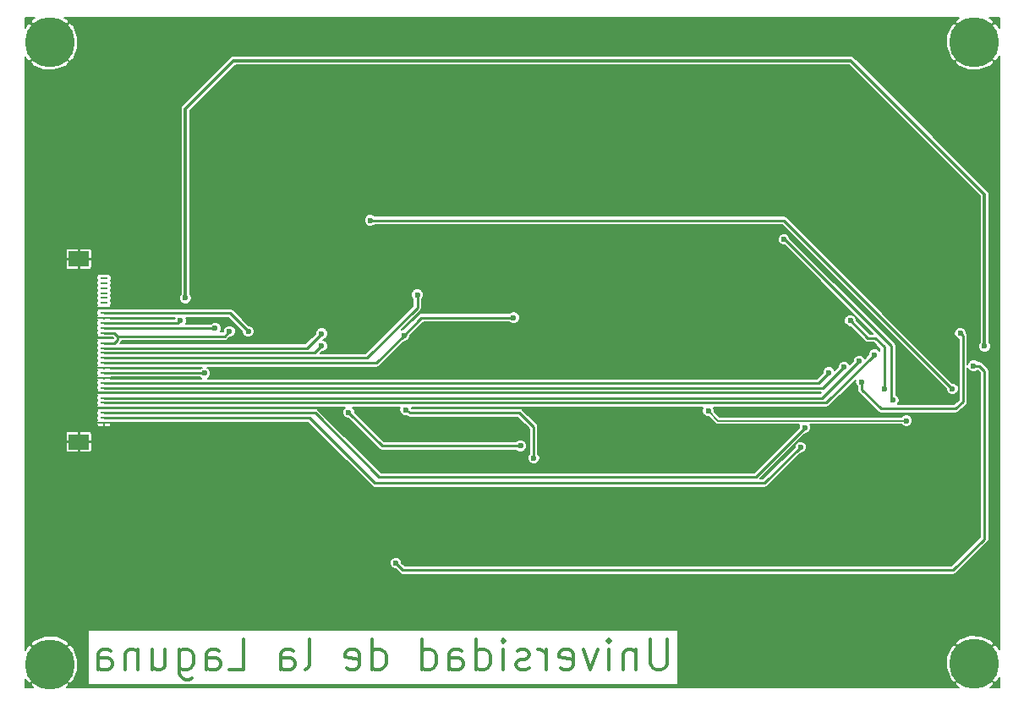
<source format=gbr>
G04 #@! TF.FileFunction,Copper,L2,Bot,Signal*
%FSLAX46Y46*%
G04 Gerber Fmt 4.6, Leading zero omitted, Abs format (unit mm)*
G04 Created by KiCad (PCBNEW 4.0.7-e2-6376~60~ubuntu17.10.1) date Tue Mar  6 13:11:32 2018*
%MOMM*%
%LPD*%
G01*
G04 APERTURE LIST*
%ADD10C,0.100000*%
%ADD11C,0.300000*%
%ADD12C,5.000000*%
%ADD13R,0.800000X0.200000*%
%ADD14R,2.000000X1.500000*%
%ADD15C,0.600000*%
%ADD16C,0.250000*%
%ADD17C,0.150000*%
G04 APERTURE END LIST*
D10*
D11*
X129338000Y-135313943D02*
X129338000Y-137742514D01*
X129195143Y-138028229D01*
X129052286Y-138171086D01*
X128766572Y-138313943D01*
X128195143Y-138313943D01*
X127909429Y-138171086D01*
X127766572Y-138028229D01*
X127623715Y-137742514D01*
X127623715Y-135313943D01*
X126195143Y-136313943D02*
X126195143Y-138313943D01*
X126195143Y-136599657D02*
X126052286Y-136456800D01*
X125766572Y-136313943D01*
X125338000Y-136313943D01*
X125052286Y-136456800D01*
X124909429Y-136742514D01*
X124909429Y-138313943D01*
X123480857Y-138313943D02*
X123480857Y-136313943D01*
X123480857Y-135313943D02*
X123623714Y-135456800D01*
X123480857Y-135599657D01*
X123338000Y-135456800D01*
X123480857Y-135313943D01*
X123480857Y-135599657D01*
X122338001Y-136313943D02*
X121623715Y-138313943D01*
X120909429Y-136313943D01*
X118623715Y-138171086D02*
X118909429Y-138313943D01*
X119480858Y-138313943D01*
X119766572Y-138171086D01*
X119909429Y-137885371D01*
X119909429Y-136742514D01*
X119766572Y-136456800D01*
X119480858Y-136313943D01*
X118909429Y-136313943D01*
X118623715Y-136456800D01*
X118480858Y-136742514D01*
X118480858Y-137028229D01*
X119909429Y-137313943D01*
X117195143Y-138313943D02*
X117195143Y-136313943D01*
X117195143Y-136885371D02*
X117052286Y-136599657D01*
X116909429Y-136456800D01*
X116623715Y-136313943D01*
X116338000Y-136313943D01*
X115480857Y-138171086D02*
X115195143Y-138313943D01*
X114623715Y-138313943D01*
X114338000Y-138171086D01*
X114195143Y-137885371D01*
X114195143Y-137742514D01*
X114338000Y-137456800D01*
X114623715Y-137313943D01*
X115052286Y-137313943D01*
X115338000Y-137171086D01*
X115480857Y-136885371D01*
X115480857Y-136742514D01*
X115338000Y-136456800D01*
X115052286Y-136313943D01*
X114623715Y-136313943D01*
X114338000Y-136456800D01*
X112909429Y-138313943D02*
X112909429Y-136313943D01*
X112909429Y-135313943D02*
X113052286Y-135456800D01*
X112909429Y-135599657D01*
X112766572Y-135456800D01*
X112909429Y-135313943D01*
X112909429Y-135599657D01*
X110195144Y-138313943D02*
X110195144Y-135313943D01*
X110195144Y-138171086D02*
X110480858Y-138313943D01*
X111052287Y-138313943D01*
X111338001Y-138171086D01*
X111480858Y-138028229D01*
X111623715Y-137742514D01*
X111623715Y-136885371D01*
X111480858Y-136599657D01*
X111338001Y-136456800D01*
X111052287Y-136313943D01*
X110480858Y-136313943D01*
X110195144Y-136456800D01*
X107480858Y-138313943D02*
X107480858Y-136742514D01*
X107623715Y-136456800D01*
X107909429Y-136313943D01*
X108480858Y-136313943D01*
X108766572Y-136456800D01*
X107480858Y-138171086D02*
X107766572Y-138313943D01*
X108480858Y-138313943D01*
X108766572Y-138171086D01*
X108909429Y-137885371D01*
X108909429Y-137599657D01*
X108766572Y-137313943D01*
X108480858Y-137171086D01*
X107766572Y-137171086D01*
X107480858Y-137028229D01*
X104766572Y-138313943D02*
X104766572Y-135313943D01*
X104766572Y-138171086D02*
X105052286Y-138313943D01*
X105623715Y-138313943D01*
X105909429Y-138171086D01*
X106052286Y-138028229D01*
X106195143Y-137742514D01*
X106195143Y-136885371D01*
X106052286Y-136599657D01*
X105909429Y-136456800D01*
X105623715Y-136313943D01*
X105052286Y-136313943D01*
X104766572Y-136456800D01*
X99766572Y-138313943D02*
X99766572Y-135313943D01*
X99766572Y-138171086D02*
X100052286Y-138313943D01*
X100623715Y-138313943D01*
X100909429Y-138171086D01*
X101052286Y-138028229D01*
X101195143Y-137742514D01*
X101195143Y-136885371D01*
X101052286Y-136599657D01*
X100909429Y-136456800D01*
X100623715Y-136313943D01*
X100052286Y-136313943D01*
X99766572Y-136456800D01*
X97195143Y-138171086D02*
X97480857Y-138313943D01*
X98052286Y-138313943D01*
X98338000Y-138171086D01*
X98480857Y-137885371D01*
X98480857Y-136742514D01*
X98338000Y-136456800D01*
X98052286Y-136313943D01*
X97480857Y-136313943D01*
X97195143Y-136456800D01*
X97052286Y-136742514D01*
X97052286Y-137028229D01*
X98480857Y-137313943D01*
X93052286Y-138313943D02*
X93338000Y-138171086D01*
X93480857Y-137885371D01*
X93480857Y-135313943D01*
X90623714Y-138313943D02*
X90623714Y-136742514D01*
X90766571Y-136456800D01*
X91052285Y-136313943D01*
X91623714Y-136313943D01*
X91909428Y-136456800D01*
X90623714Y-138171086D02*
X90909428Y-138313943D01*
X91623714Y-138313943D01*
X91909428Y-138171086D01*
X92052285Y-137885371D01*
X92052285Y-137599657D01*
X91909428Y-137313943D01*
X91623714Y-137171086D01*
X90909428Y-137171086D01*
X90623714Y-137028229D01*
X85480857Y-138313943D02*
X86909428Y-138313943D01*
X86909428Y-135313943D01*
X83195143Y-138313943D02*
X83195143Y-136742514D01*
X83338000Y-136456800D01*
X83623714Y-136313943D01*
X84195143Y-136313943D01*
X84480857Y-136456800D01*
X83195143Y-138171086D02*
X83480857Y-138313943D01*
X84195143Y-138313943D01*
X84480857Y-138171086D01*
X84623714Y-137885371D01*
X84623714Y-137599657D01*
X84480857Y-137313943D01*
X84195143Y-137171086D01*
X83480857Y-137171086D01*
X83195143Y-137028229D01*
X80480857Y-136313943D02*
X80480857Y-138742514D01*
X80623714Y-139028229D01*
X80766571Y-139171086D01*
X81052286Y-139313943D01*
X81480857Y-139313943D01*
X81766571Y-139171086D01*
X80480857Y-138171086D02*
X80766571Y-138313943D01*
X81338000Y-138313943D01*
X81623714Y-138171086D01*
X81766571Y-138028229D01*
X81909428Y-137742514D01*
X81909428Y-136885371D01*
X81766571Y-136599657D01*
X81623714Y-136456800D01*
X81338000Y-136313943D01*
X80766571Y-136313943D01*
X80480857Y-136456800D01*
X77766571Y-136313943D02*
X77766571Y-138313943D01*
X79052285Y-136313943D02*
X79052285Y-137885371D01*
X78909428Y-138171086D01*
X78623714Y-138313943D01*
X78195142Y-138313943D01*
X77909428Y-138171086D01*
X77766571Y-138028229D01*
X76337999Y-136313943D02*
X76337999Y-138313943D01*
X76337999Y-136599657D02*
X76195142Y-136456800D01*
X75909428Y-136313943D01*
X75480856Y-136313943D01*
X75195142Y-136456800D01*
X75052285Y-136742514D01*
X75052285Y-138313943D01*
X72337999Y-138313943D02*
X72337999Y-136742514D01*
X72480856Y-136456800D01*
X72766570Y-136313943D01*
X73337999Y-136313943D01*
X73623713Y-136456800D01*
X72337999Y-138171086D02*
X72623713Y-138313943D01*
X73337999Y-138313943D01*
X73623713Y-138171086D01*
X73766570Y-137885371D01*
X73766570Y-137599657D01*
X73623713Y-137313943D01*
X73337999Y-137171086D01*
X72623713Y-137171086D01*
X72337999Y-137028229D01*
D12*
X67500500Y-75501500D03*
X67500500Y-137795000D03*
X160083500Y-137731500D03*
X160083500Y-75501500D03*
D13*
X72923400Y-113625200D03*
X72923400Y-113125200D03*
X72923400Y-112625200D03*
X72923400Y-112125200D03*
X72923400Y-111625200D03*
X72923400Y-111125200D03*
X72923400Y-110625200D03*
X72923400Y-110125200D03*
X72923400Y-109625200D03*
X72923400Y-109125200D03*
X72923400Y-108625200D03*
X72923400Y-108125200D03*
X72923400Y-107625200D03*
X72923400Y-107125200D03*
X72923400Y-106625200D03*
X72923400Y-106125200D03*
X72923400Y-105625200D03*
X72923400Y-105125200D03*
X72923400Y-104625200D03*
X72923400Y-104125200D03*
X72923400Y-103625200D03*
X72923400Y-103125200D03*
X72923400Y-102625200D03*
X72923400Y-102125200D03*
X72923400Y-101625200D03*
X72923400Y-101125200D03*
X72923400Y-100625200D03*
X72923400Y-100125200D03*
X72923400Y-99625200D03*
X72923400Y-99125200D03*
D14*
X70423400Y-115525200D03*
X70423400Y-97225200D03*
D15*
X159999680Y-107919520D03*
X102146100Y-127660400D03*
X87370920Y-104470200D03*
X104300020Y-100807520D03*
X102974140Y-104871520D03*
X113939320Y-103098600D03*
X141008100Y-95250000D03*
X151942800Y-111343440D03*
X133441440Y-112430560D03*
X153278840Y-113408460D03*
X115951000Y-117152420D03*
X103144320Y-112303560D03*
X94716600Y-104698800D03*
X81076800Y-101117400D03*
X161096960Y-105948480D03*
X80573880Y-103388160D03*
X84048600Y-104165400D03*
X150083520Y-106801920D03*
X148544280Y-107426760D03*
X147020280Y-108036360D03*
X145491200Y-108590080D03*
X142689580Y-116062760D03*
X143108680Y-114106960D03*
X82986880Y-108651040D03*
X114637820Y-115923060D03*
X97421700Y-112585500D03*
X94716600Y-105918000D03*
X99593400Y-93345000D03*
X157871160Y-110223300D03*
X85496400Y-104467660D03*
X148780500Y-109524800D03*
X158686500Y-104660700D03*
X151043640Y-110251240D03*
X147665440Y-103388160D03*
D16*
X160568640Y-107919520D02*
X159999680Y-107919520D01*
X161086800Y-108437680D02*
X160568640Y-107919520D01*
X161086800Y-125260100D02*
X161086800Y-108437680D01*
X157975300Y-128371600D02*
X161086800Y-125260100D01*
X102857300Y-128371600D02*
X157975300Y-128371600D01*
X102146100Y-127660400D02*
X102857300Y-128371600D01*
X72923400Y-102625200D02*
X85525920Y-102625200D01*
X85525920Y-102625200D02*
X87370920Y-104470200D01*
X72923400Y-107125200D02*
X99262500Y-107125200D01*
X104300020Y-102087680D02*
X104300020Y-100807520D01*
X99262500Y-107125200D02*
X104300020Y-102087680D01*
X102971600Y-104868980D02*
X102948740Y-104868980D01*
X102974140Y-104871520D02*
X102971600Y-104868980D01*
X72923400Y-107625200D02*
X100192520Y-107625200D01*
X100192520Y-107625200D02*
X102948740Y-104868980D01*
X102948740Y-104868980D02*
X104551480Y-103266240D01*
X104719120Y-103098600D02*
X113939320Y-103098600D01*
X104551480Y-103266240D02*
X104719120Y-103098600D01*
D17*
X141122400Y-95250000D02*
X141008100Y-95250000D01*
D16*
X151770080Y-105897680D02*
X141122400Y-95250000D01*
X151770080Y-111170720D02*
X151770080Y-105897680D01*
D17*
X151942800Y-111343440D02*
X151770080Y-111170720D01*
X134419340Y-113408460D02*
X153278840Y-113408460D01*
X134419340Y-113408460D02*
X133441440Y-112430560D01*
D16*
X72923400Y-106125200D02*
X93290200Y-106125200D01*
X115951000Y-114051080D02*
X115951000Y-117152420D01*
X114526060Y-112626140D02*
X115951000Y-114051080D01*
X103573580Y-112626140D02*
X114526060Y-112626140D01*
X103144320Y-112303560D02*
X103573580Y-112626140D01*
X93290200Y-106125200D02*
X94716600Y-104698800D01*
D11*
X161096960Y-90744040D02*
X147695920Y-77343000D01*
X147695920Y-77343000D02*
X85915500Y-77343000D01*
X85915500Y-77343000D02*
X81076800Y-82181700D01*
X81076800Y-82181700D02*
X81076800Y-101117400D01*
X161096960Y-105948480D02*
X161096960Y-90744040D01*
D16*
X80336840Y-103625200D02*
X72923400Y-103625200D01*
X80573880Y-103388160D02*
X80336840Y-103625200D01*
X84008400Y-104125200D02*
X72923400Y-104125200D01*
X84048600Y-104165400D02*
X84008400Y-104125200D01*
X145260240Y-111625200D02*
X150083520Y-106801920D01*
X145260240Y-111625200D02*
X72923400Y-111625200D01*
X144845840Y-111125200D02*
X148544280Y-107426760D01*
X144845840Y-111125200D02*
X72923400Y-111125200D01*
X144931440Y-110125200D02*
X147020280Y-108036360D01*
X144931440Y-110125200D02*
X72923400Y-110125200D01*
X144456080Y-109625200D02*
X145491200Y-108590080D01*
X144456080Y-109625200D02*
X72923400Y-109625200D01*
X93516400Y-113125200D02*
X100058220Y-119667020D01*
X100058220Y-119667020D02*
X139085320Y-119667020D01*
X139085320Y-119667020D02*
X142689580Y-116062760D01*
X72923400Y-113125200D02*
X93516400Y-113125200D01*
X94073040Y-112625200D02*
X100472240Y-119024400D01*
X100472240Y-119024400D02*
X138191240Y-119024400D01*
X138191240Y-119024400D02*
X143108680Y-114106960D01*
X94073040Y-112625200D02*
X72923400Y-112625200D01*
X72923400Y-108625200D02*
X82961040Y-108625200D01*
X82961040Y-108625200D02*
X82986880Y-108651040D01*
X72923400Y-106625200D02*
X93994160Y-106625200D01*
X100759260Y-115923060D02*
X114637820Y-115923060D01*
X97421700Y-112585500D02*
X100759260Y-115923060D01*
X94701360Y-105918000D02*
X94716600Y-105918000D01*
X93994160Y-106625200D02*
X94701360Y-105918000D01*
X140992860Y-93345000D02*
X99593400Y-93345000D01*
X157871160Y-110223300D02*
X140992860Y-93345000D01*
X74269600Y-104952800D02*
X85011260Y-104952800D01*
X85011260Y-104952800D02*
X85496400Y-104467660D01*
X72923400Y-105625200D02*
X73978200Y-105625200D01*
X73942000Y-104625200D02*
X72923400Y-104625200D01*
X74269600Y-104952800D02*
X73942000Y-104625200D01*
X74269600Y-105333800D02*
X74269600Y-104952800D01*
X73978200Y-105625200D02*
X74269600Y-105333800D01*
X148780500Y-110279180D02*
X148780500Y-109524800D01*
X150708360Y-112207040D02*
X148780500Y-110279180D01*
X158224220Y-112207040D02*
X150708360Y-112207040D01*
X158950660Y-111480600D02*
X158224220Y-112207040D01*
X158950660Y-104924860D02*
X158950660Y-111480600D01*
X158686500Y-104660700D02*
X158950660Y-104924860D01*
X151043640Y-106032300D02*
X151043640Y-110251240D01*
X150149560Y-105138220D02*
X151043640Y-106032300D01*
X149415500Y-105138220D02*
X150149560Y-105138220D01*
X147665440Y-103388160D02*
X149415500Y-105138220D01*
D17*
G36*
X65827765Y-73156644D02*
X65538998Y-73504642D01*
X67500500Y-75466145D01*
X69462002Y-73504642D01*
X69173235Y-73156644D01*
X68968309Y-73064320D01*
X158548938Y-73064320D01*
X158410765Y-73156644D01*
X158121998Y-73504642D01*
X160083500Y-75466145D01*
X162045002Y-73504642D01*
X161756235Y-73156644D01*
X161551309Y-73064320D01*
X162551160Y-73064320D01*
X162551160Y-74041041D01*
X162526243Y-73975264D01*
X162428356Y-73828765D01*
X162080358Y-73539998D01*
X160118855Y-75501500D01*
X162080358Y-77463002D01*
X162428356Y-77174235D01*
X162551160Y-76901654D01*
X162551160Y-136271041D01*
X162526243Y-136205264D01*
X162428356Y-136058765D01*
X162080358Y-135769998D01*
X160118855Y-137731500D01*
X162080358Y-139693002D01*
X162428356Y-139404235D01*
X162551160Y-139131654D01*
X162551160Y-140138200D01*
X161663678Y-140138200D01*
X161756235Y-140076356D01*
X162045002Y-139728358D01*
X160083500Y-137766855D01*
X158121998Y-139728358D01*
X158410765Y-140076356D01*
X158548037Y-140138200D01*
X69174609Y-140138200D01*
X69462002Y-139791858D01*
X67500500Y-137830355D01*
X65538998Y-139791858D01*
X65826391Y-140138200D01*
X65032840Y-140138200D01*
X65032840Y-139255459D01*
X65057757Y-139321236D01*
X65155644Y-139467735D01*
X65503642Y-139756502D01*
X67465145Y-137795000D01*
X67535855Y-137795000D01*
X69497358Y-139756502D01*
X69845356Y-139467735D01*
X70306992Y-138443068D01*
X70341365Y-137319739D01*
X69943243Y-136268764D01*
X69845356Y-136122265D01*
X69497358Y-135833498D01*
X67535855Y-137795000D01*
X67465145Y-137795000D01*
X65503642Y-135833498D01*
X65155644Y-136122265D01*
X65032840Y-136394846D01*
X65032840Y-135798142D01*
X65538998Y-135798142D01*
X67500500Y-137759645D01*
X69462002Y-135798142D01*
X69173235Y-135450144D01*
X68148568Y-134988508D01*
X67025239Y-134954135D01*
X65974264Y-135352257D01*
X65827765Y-135450144D01*
X65538998Y-135798142D01*
X65032840Y-135798142D01*
X65032840Y-134381800D01*
X71298714Y-134381800D01*
X71298714Y-139831800D01*
X130377287Y-139831800D01*
X130377287Y-138206761D01*
X157242635Y-138206761D01*
X157640757Y-139257736D01*
X157738644Y-139404235D01*
X158086642Y-139693002D01*
X160048145Y-137731500D01*
X158086642Y-135769998D01*
X157738644Y-136058765D01*
X157277008Y-137083432D01*
X157242635Y-138206761D01*
X130377287Y-138206761D01*
X130377287Y-135734642D01*
X158121998Y-135734642D01*
X160083500Y-137696145D01*
X162045002Y-135734642D01*
X161756235Y-135386644D01*
X160731568Y-134925008D01*
X159608239Y-134890635D01*
X158557264Y-135288757D01*
X158410765Y-135386644D01*
X158121998Y-135734642D01*
X130377287Y-135734642D01*
X130377287Y-134381800D01*
X71298714Y-134381800D01*
X65032840Y-134381800D01*
X65032840Y-115631450D01*
X69098400Y-115631450D01*
X69098400Y-116339846D01*
X69147878Y-116459297D01*
X69239302Y-116550721D01*
X69358753Y-116600200D01*
X70317150Y-116600200D01*
X70398400Y-116518950D01*
X70398400Y-115550200D01*
X70448400Y-115550200D01*
X70448400Y-116518950D01*
X70529650Y-116600200D01*
X71488047Y-116600200D01*
X71607498Y-116550721D01*
X71698922Y-116459297D01*
X71748400Y-116339846D01*
X71748400Y-115631450D01*
X71667150Y-115550200D01*
X70448400Y-115550200D01*
X70398400Y-115550200D01*
X69179650Y-115550200D01*
X69098400Y-115631450D01*
X65032840Y-115631450D01*
X65032840Y-114710554D01*
X69098400Y-114710554D01*
X69098400Y-115418950D01*
X69179650Y-115500200D01*
X70398400Y-115500200D01*
X70398400Y-114531450D01*
X70448400Y-114531450D01*
X70448400Y-115500200D01*
X71667150Y-115500200D01*
X71748400Y-115418950D01*
X71748400Y-114710554D01*
X71698922Y-114591103D01*
X71607498Y-114499679D01*
X71488047Y-114450200D01*
X70529650Y-114450200D01*
X70448400Y-114531450D01*
X70398400Y-114531450D01*
X70317150Y-114450200D01*
X69358753Y-114450200D01*
X69239302Y-114499679D01*
X69147878Y-114591103D01*
X69098400Y-114710554D01*
X65032840Y-114710554D01*
X65032840Y-113731450D01*
X72198400Y-113731450D01*
X72198400Y-113789846D01*
X72247878Y-113909297D01*
X72339302Y-114000721D01*
X72458753Y-114050200D01*
X72817150Y-114050200D01*
X72898400Y-113968950D01*
X72898400Y-113650200D01*
X72948400Y-113650200D01*
X72948400Y-113968950D01*
X73029650Y-114050200D01*
X73388047Y-114050200D01*
X73507498Y-114000721D01*
X73598922Y-113909297D01*
X73648400Y-113789846D01*
X73648400Y-113731450D01*
X73567150Y-113650200D01*
X72948400Y-113650200D01*
X72898400Y-113650200D01*
X72279650Y-113650200D01*
X72198400Y-113731450D01*
X65032840Y-113731450D01*
X65032840Y-102525200D01*
X72192033Y-102525200D01*
X72192033Y-102725200D01*
X72214695Y-102845638D01*
X72233740Y-102875235D01*
X72198400Y-102960554D01*
X72198400Y-103018950D01*
X72279650Y-103100200D01*
X72898400Y-103100200D01*
X72898400Y-103080200D01*
X72948400Y-103080200D01*
X72948400Y-103100200D01*
X73567150Y-103100200D01*
X73592150Y-103075200D01*
X80027093Y-103075200D01*
X79985569Y-103175200D01*
X73592150Y-103175200D01*
X73567150Y-103150200D01*
X72948400Y-103150200D01*
X72948400Y-103170200D01*
X72898400Y-103170200D01*
X72898400Y-103150200D01*
X72279650Y-103150200D01*
X72198400Y-103231450D01*
X72198400Y-103289846D01*
X72233297Y-103374096D01*
X72218140Y-103396280D01*
X72192033Y-103525200D01*
X72192033Y-103725200D01*
X72214695Y-103845638D01*
X72233148Y-103874315D01*
X72218140Y-103896280D01*
X72192033Y-104025200D01*
X72192033Y-104225200D01*
X72214695Y-104345638D01*
X72233148Y-104374315D01*
X72218140Y-104396280D01*
X72192033Y-104525200D01*
X72192033Y-104725200D01*
X72214695Y-104845638D01*
X72233740Y-104875235D01*
X72198400Y-104960554D01*
X72198400Y-105018950D01*
X72279650Y-105100200D01*
X72898400Y-105100200D01*
X72898400Y-105080200D01*
X72948400Y-105080200D01*
X72948400Y-105100200D01*
X73567150Y-105100200D01*
X73592150Y-105075200D01*
X73755604Y-105075200D01*
X73819600Y-105139196D01*
X73819600Y-105147404D01*
X73791804Y-105175200D01*
X73592150Y-105175200D01*
X73567150Y-105150200D01*
X72948400Y-105150200D01*
X72948400Y-105170200D01*
X72898400Y-105170200D01*
X72898400Y-105150200D01*
X72279650Y-105150200D01*
X72198400Y-105231450D01*
X72198400Y-105289846D01*
X72233297Y-105374096D01*
X72218140Y-105396280D01*
X72192033Y-105525200D01*
X72192033Y-105725200D01*
X72214695Y-105845638D01*
X72233148Y-105874315D01*
X72218140Y-105896280D01*
X72192033Y-106025200D01*
X72192033Y-106225200D01*
X72214695Y-106345638D01*
X72233148Y-106374315D01*
X72218140Y-106396280D01*
X72192033Y-106525200D01*
X72192033Y-106725200D01*
X72214695Y-106845638D01*
X72233148Y-106874315D01*
X72218140Y-106896280D01*
X72192033Y-107025200D01*
X72192033Y-107225200D01*
X72214695Y-107345638D01*
X72233148Y-107374315D01*
X72218140Y-107396280D01*
X72192033Y-107525200D01*
X72192033Y-107725200D01*
X72214695Y-107845638D01*
X72233740Y-107875235D01*
X72198400Y-107960554D01*
X72198400Y-108018950D01*
X72279650Y-108100200D01*
X72898400Y-108100200D01*
X72898400Y-108080200D01*
X72948400Y-108080200D01*
X72948400Y-108100200D01*
X73567150Y-108100200D01*
X73592150Y-108075200D01*
X82743868Y-108075200D01*
X82633309Y-108120882D01*
X82578896Y-108175200D01*
X73592150Y-108175200D01*
X73567150Y-108150200D01*
X72948400Y-108150200D01*
X72948400Y-108170200D01*
X72898400Y-108170200D01*
X72898400Y-108150200D01*
X72279650Y-108150200D01*
X72198400Y-108231450D01*
X72198400Y-108289846D01*
X72233297Y-108374096D01*
X72218140Y-108396280D01*
X72192033Y-108525200D01*
X72192033Y-108725200D01*
X72214695Y-108845638D01*
X72233740Y-108875235D01*
X72198400Y-108960554D01*
X72198400Y-109018950D01*
X72279650Y-109100200D01*
X72898400Y-109100200D01*
X72898400Y-109080200D01*
X72948400Y-109080200D01*
X72948400Y-109100200D01*
X73567150Y-109100200D01*
X73592150Y-109075200D01*
X82527188Y-109075200D01*
X82627013Y-109175200D01*
X73592150Y-109175200D01*
X73567150Y-109150200D01*
X72948400Y-109150200D01*
X72948400Y-109170200D01*
X72898400Y-109170200D01*
X72898400Y-109150200D01*
X72279650Y-109150200D01*
X72198400Y-109231450D01*
X72198400Y-109289846D01*
X72233297Y-109374096D01*
X72218140Y-109396280D01*
X72192033Y-109525200D01*
X72192033Y-109725200D01*
X72214695Y-109845638D01*
X72233148Y-109874315D01*
X72218140Y-109896280D01*
X72192033Y-110025200D01*
X72192033Y-110225200D01*
X72214695Y-110345638D01*
X72233740Y-110375235D01*
X72198400Y-110460554D01*
X72198400Y-110518950D01*
X72279650Y-110600200D01*
X72898400Y-110600200D01*
X72898400Y-110580200D01*
X72948400Y-110580200D01*
X72948400Y-110600200D01*
X73567150Y-110600200D01*
X73592150Y-110575200D01*
X144759444Y-110575200D01*
X144659444Y-110675200D01*
X73592150Y-110675200D01*
X73567150Y-110650200D01*
X72948400Y-110650200D01*
X72948400Y-110670200D01*
X72898400Y-110670200D01*
X72898400Y-110650200D01*
X72279650Y-110650200D01*
X72198400Y-110731450D01*
X72198400Y-110789846D01*
X72233297Y-110874096D01*
X72218140Y-110896280D01*
X72192033Y-111025200D01*
X72192033Y-111225200D01*
X72214695Y-111345638D01*
X72233148Y-111374315D01*
X72218140Y-111396280D01*
X72192033Y-111525200D01*
X72192033Y-111725200D01*
X72214695Y-111845638D01*
X72233740Y-111875235D01*
X72198400Y-111960554D01*
X72198400Y-112018950D01*
X72279650Y-112100200D01*
X72898400Y-112100200D01*
X72898400Y-112080200D01*
X72948400Y-112080200D01*
X72948400Y-112100200D01*
X73567150Y-112100200D01*
X73592150Y-112075200D01*
X97048236Y-112075200D01*
X96892160Y-112231004D01*
X96796809Y-112460634D01*
X96796592Y-112709275D01*
X96891542Y-112939071D01*
X97067204Y-113115040D01*
X97296834Y-113210391D01*
X97410294Y-113210490D01*
X100441062Y-116241258D01*
X100587053Y-116338807D01*
X100759260Y-116373060D01*
X114203923Y-116373060D01*
X114283324Y-116452600D01*
X114512954Y-116547951D01*
X114761595Y-116548168D01*
X114991391Y-116453218D01*
X115167360Y-116277556D01*
X115262711Y-116047926D01*
X115262928Y-115799285D01*
X115167978Y-115569489D01*
X114992316Y-115393520D01*
X114762686Y-115298169D01*
X114514045Y-115297952D01*
X114284249Y-115392902D01*
X114203951Y-115473060D01*
X100945656Y-115473060D01*
X98046710Y-112574114D01*
X98046808Y-112461725D01*
X97951858Y-112231929D01*
X97795402Y-112075200D01*
X102562404Y-112075200D01*
X102519429Y-112178694D01*
X102519212Y-112427335D01*
X102614162Y-112657131D01*
X102789824Y-112833100D01*
X103019454Y-112928451D01*
X103227054Y-112928632D01*
X103303239Y-112985884D01*
X103354282Y-113010421D01*
X103401372Y-113041886D01*
X103432698Y-113048117D01*
X103461486Y-113061956D01*
X103518036Y-113065092D01*
X103573580Y-113076140D01*
X114339664Y-113076140D01*
X115501000Y-114237476D01*
X115501000Y-116718523D01*
X115421460Y-116797924D01*
X115326109Y-117027554D01*
X115325892Y-117276195D01*
X115420842Y-117505991D01*
X115596504Y-117681960D01*
X115826134Y-117777311D01*
X116074775Y-117777528D01*
X116304571Y-117682578D01*
X116480540Y-117506916D01*
X116575891Y-117277286D01*
X116576108Y-117028645D01*
X116481158Y-116798849D01*
X116401000Y-116718551D01*
X116401000Y-114051080D01*
X116366746Y-113878872D01*
X116269198Y-113732882D01*
X114844258Y-112307942D01*
X114823612Y-112294147D01*
X114698268Y-112210394D01*
X114526060Y-112176140D01*
X103767922Y-112176140D01*
X103726214Y-112075200D01*
X132912766Y-112075200D01*
X132911900Y-112076064D01*
X132816549Y-112305694D01*
X132816332Y-112554335D01*
X132911282Y-112784131D01*
X133086944Y-112960100D01*
X133316574Y-113055451D01*
X133500806Y-113055612D01*
X134136495Y-113691300D01*
X134136497Y-113691303D01*
X134266267Y-113778012D01*
X134419340Y-113808460D01*
X142555888Y-113808460D01*
X142483789Y-113982094D01*
X142483690Y-114095554D01*
X138004844Y-118574400D01*
X100658636Y-118574400D01*
X94391238Y-112307002D01*
X94331823Y-112267302D01*
X94245248Y-112209454D01*
X94073040Y-112175200D01*
X73592150Y-112175200D01*
X73567150Y-112150200D01*
X72948400Y-112150200D01*
X72948400Y-112170200D01*
X72898400Y-112170200D01*
X72898400Y-112150200D01*
X72279650Y-112150200D01*
X72198400Y-112231450D01*
X72198400Y-112289846D01*
X72233297Y-112374096D01*
X72218140Y-112396280D01*
X72192033Y-112525200D01*
X72192033Y-112725200D01*
X72214695Y-112845638D01*
X72233148Y-112874315D01*
X72218140Y-112896280D01*
X72192033Y-113025200D01*
X72192033Y-113225200D01*
X72214695Y-113345638D01*
X72233740Y-113375235D01*
X72198400Y-113460554D01*
X72198400Y-113518950D01*
X72279650Y-113600200D01*
X72898400Y-113600200D01*
X72898400Y-113580200D01*
X72948400Y-113580200D01*
X72948400Y-113600200D01*
X73567150Y-113600200D01*
X73592150Y-113575200D01*
X93330004Y-113575200D01*
X99740022Y-119985218D01*
X99886013Y-120082767D01*
X100058220Y-120117020D01*
X139085320Y-120117020D01*
X139257528Y-120082766D01*
X139403518Y-119985218D01*
X142700966Y-116687770D01*
X142813355Y-116687868D01*
X143043151Y-116592918D01*
X143219120Y-116417256D01*
X143314471Y-116187626D01*
X143314688Y-115938985D01*
X143219738Y-115709189D01*
X143044076Y-115533220D01*
X142814446Y-115437869D01*
X142565805Y-115437652D01*
X142336009Y-115532602D01*
X142160040Y-115708264D01*
X142064689Y-115937894D01*
X142064590Y-116051354D01*
X138898924Y-119217020D01*
X138635016Y-119217020D01*
X143120066Y-114731970D01*
X143232455Y-114732068D01*
X143462251Y-114637118D01*
X143638220Y-114461456D01*
X143733571Y-114231826D01*
X143733788Y-113983185D01*
X143661593Y-113808460D01*
X152795030Y-113808460D01*
X152924344Y-113938000D01*
X153153974Y-114033351D01*
X153402615Y-114033568D01*
X153632411Y-113938618D01*
X153808380Y-113762956D01*
X153903731Y-113533326D01*
X153903948Y-113284685D01*
X153808998Y-113054889D01*
X153633336Y-112878920D01*
X153403706Y-112783569D01*
X153155065Y-112783352D01*
X152925269Y-112878302D01*
X152794884Y-113008460D01*
X134585025Y-113008460D01*
X134066388Y-112489823D01*
X134066548Y-112306785D01*
X133971598Y-112076989D01*
X133969812Y-112075200D01*
X145260240Y-112075200D01*
X145432448Y-112040946D01*
X145578438Y-111943398D01*
X148179544Y-109342292D01*
X148155609Y-109399934D01*
X148155392Y-109648575D01*
X148250342Y-109878371D01*
X148330500Y-109958669D01*
X148330500Y-110279180D01*
X148364754Y-110451388D01*
X148424595Y-110540946D01*
X148462302Y-110597378D01*
X150390162Y-112525238D01*
X150536152Y-112622786D01*
X150708360Y-112657040D01*
X158224220Y-112657040D01*
X158396428Y-112622786D01*
X158542418Y-112525238D01*
X159268858Y-111798798D01*
X159366406Y-111652808D01*
X159400660Y-111480600D01*
X159400660Y-108106433D01*
X159469522Y-108273091D01*
X159645184Y-108449060D01*
X159874814Y-108544411D01*
X160123455Y-108544628D01*
X160353251Y-108449678D01*
X160407874Y-108395150D01*
X160636800Y-108624076D01*
X160636800Y-125073704D01*
X157788904Y-127921600D01*
X103043696Y-127921600D01*
X102771110Y-127649014D01*
X102771208Y-127536625D01*
X102676258Y-127306829D01*
X102500596Y-127130860D01*
X102270966Y-127035509D01*
X102022325Y-127035292D01*
X101792529Y-127130242D01*
X101616560Y-127305904D01*
X101521209Y-127535534D01*
X101520992Y-127784175D01*
X101615942Y-128013971D01*
X101791604Y-128189940D01*
X102021234Y-128285291D01*
X102134694Y-128285390D01*
X102539102Y-128689798D01*
X102685092Y-128787346D01*
X102857300Y-128821600D01*
X157975300Y-128821600D01*
X158147508Y-128787346D01*
X158293498Y-128689798D01*
X161404998Y-125578298D01*
X161502546Y-125432308D01*
X161536800Y-125260100D01*
X161536800Y-108437680D01*
X161502546Y-108265472D01*
X161404998Y-108119482D01*
X160886838Y-107601322D01*
X160740848Y-107503774D01*
X160568640Y-107469520D01*
X160433577Y-107469520D01*
X160354176Y-107389980D01*
X160124546Y-107294629D01*
X159875905Y-107294412D01*
X159646109Y-107389362D01*
X159470140Y-107565024D01*
X159400660Y-107732350D01*
X159400660Y-104924860D01*
X159390050Y-104871520D01*
X159366407Y-104752653D01*
X159311491Y-104670467D01*
X159311608Y-104536925D01*
X159216658Y-104307129D01*
X159040996Y-104131160D01*
X158811366Y-104035809D01*
X158562725Y-104035592D01*
X158332929Y-104130542D01*
X158156960Y-104306204D01*
X158061609Y-104535834D01*
X158061392Y-104784475D01*
X158156342Y-105014271D01*
X158332004Y-105190240D01*
X158500660Y-105260272D01*
X158500660Y-111294204D01*
X158037824Y-111757040D01*
X152413133Y-111757040D01*
X152472340Y-111697936D01*
X152567691Y-111468306D01*
X152567908Y-111219665D01*
X152472958Y-110989869D01*
X152297296Y-110813900D01*
X152220080Y-110781837D01*
X152220080Y-105897680D01*
X152185826Y-105725472D01*
X152088278Y-105579482D01*
X141631931Y-95123135D01*
X141538258Y-94896429D01*
X141362596Y-94720460D01*
X141132966Y-94625109D01*
X140884325Y-94624892D01*
X140654529Y-94719842D01*
X140478560Y-94895504D01*
X140383209Y-95125134D01*
X140382992Y-95373775D01*
X140477942Y-95603571D01*
X140653604Y-95779540D01*
X140883234Y-95874891D01*
X141111094Y-95875090D01*
X149924224Y-104688220D01*
X149601896Y-104688220D01*
X148290450Y-103376774D01*
X148290548Y-103264385D01*
X148195598Y-103034589D01*
X148019936Y-102858620D01*
X147790306Y-102763269D01*
X147541665Y-102763052D01*
X147311869Y-102858002D01*
X147135900Y-103033664D01*
X147040549Y-103263294D01*
X147040332Y-103511935D01*
X147135282Y-103741731D01*
X147310944Y-103917700D01*
X147540574Y-104013051D01*
X147654034Y-104013150D01*
X149097302Y-105456418D01*
X149243293Y-105553967D01*
X149415500Y-105588220D01*
X149963164Y-105588220D01*
X150593640Y-106218696D01*
X150593640Y-106428276D01*
X150438016Y-106272380D01*
X150208386Y-106177029D01*
X149959745Y-106176812D01*
X149729949Y-106271762D01*
X149553980Y-106447424D01*
X149458629Y-106677054D01*
X149458530Y-106790514D01*
X149104091Y-107144953D01*
X149074438Y-107073189D01*
X148898776Y-106897220D01*
X148669146Y-106801869D01*
X148420505Y-106801652D01*
X148190709Y-106896602D01*
X148014740Y-107072264D01*
X147919389Y-107301894D01*
X147919290Y-107415354D01*
X147580091Y-107754553D01*
X147550438Y-107682789D01*
X147374776Y-107506820D01*
X147145146Y-107411469D01*
X146896505Y-107411252D01*
X146666709Y-107506202D01*
X146490740Y-107681864D01*
X146395389Y-107911494D01*
X146395290Y-108024954D01*
X146068834Y-108351410D01*
X146021358Y-108236509D01*
X145845696Y-108060540D01*
X145616066Y-107965189D01*
X145367425Y-107964972D01*
X145137629Y-108059922D01*
X144961660Y-108235584D01*
X144866309Y-108465214D01*
X144866210Y-108578674D01*
X144269684Y-109175200D01*
X83346459Y-109175200D01*
X83516420Y-109005536D01*
X83611771Y-108775906D01*
X83611988Y-108527265D01*
X83517038Y-108297469D01*
X83341376Y-108121500D01*
X83229874Y-108075200D01*
X100192520Y-108075200D01*
X100364728Y-108040946D01*
X100510718Y-107943398D01*
X102957610Y-105496506D01*
X103097915Y-105496628D01*
X103327711Y-105401678D01*
X103503680Y-105226016D01*
X103599031Y-104996386D01*
X103599154Y-104854962D01*
X104905516Y-103548600D01*
X113505423Y-103548600D01*
X113584824Y-103628140D01*
X113814454Y-103723491D01*
X114063095Y-103723708D01*
X114292891Y-103628758D01*
X114468860Y-103453096D01*
X114564211Y-103223466D01*
X114564428Y-102974825D01*
X114469478Y-102745029D01*
X114293816Y-102569060D01*
X114064186Y-102473709D01*
X113815545Y-102473492D01*
X113585749Y-102568442D01*
X113505451Y-102648600D01*
X104719120Y-102648600D01*
X104546912Y-102682854D01*
X104453861Y-102745029D01*
X104400922Y-102780402D01*
X102934838Y-104246486D01*
X102850365Y-104246412D01*
X102726507Y-104297589D01*
X104618218Y-102405878D01*
X104684285Y-102307002D01*
X104715766Y-102259888D01*
X104750020Y-102087680D01*
X104750020Y-101241417D01*
X104829560Y-101162016D01*
X104924911Y-100932386D01*
X104925128Y-100683745D01*
X104830178Y-100453949D01*
X104654516Y-100277980D01*
X104424886Y-100182629D01*
X104176245Y-100182412D01*
X103946449Y-100277362D01*
X103770480Y-100453024D01*
X103675129Y-100682654D01*
X103674912Y-100931295D01*
X103769862Y-101161091D01*
X103850020Y-101241389D01*
X103850020Y-101901284D01*
X99076104Y-106675200D01*
X94580556Y-106675200D01*
X94712759Y-106542997D01*
X94840375Y-106543108D01*
X95070171Y-106448158D01*
X95246140Y-106272496D01*
X95341491Y-106042866D01*
X95341708Y-105794225D01*
X95246758Y-105564429D01*
X95071096Y-105388460D01*
X94878099Y-105308321D01*
X95070171Y-105228958D01*
X95246140Y-105053296D01*
X95341491Y-104823666D01*
X95341708Y-104575025D01*
X95246758Y-104345229D01*
X95071096Y-104169260D01*
X94841466Y-104073909D01*
X94592825Y-104073692D01*
X94363029Y-104168642D01*
X94187060Y-104344304D01*
X94091709Y-104573934D01*
X94091610Y-104687394D01*
X93103804Y-105675200D01*
X74564596Y-105675200D01*
X74587798Y-105651998D01*
X74646928Y-105563504D01*
X74685346Y-105506008D01*
X74705875Y-105402800D01*
X85011260Y-105402800D01*
X85183468Y-105368546D01*
X85329458Y-105270998D01*
X85507786Y-105092670D01*
X85620175Y-105092768D01*
X85849971Y-104997818D01*
X86025940Y-104822156D01*
X86121291Y-104592526D01*
X86121508Y-104343885D01*
X86026558Y-104114089D01*
X85850896Y-103938120D01*
X85621266Y-103842769D01*
X85372625Y-103842552D01*
X85142829Y-103937502D01*
X84966860Y-104113164D01*
X84871509Y-104342794D01*
X84871410Y-104456254D01*
X84824864Y-104502800D01*
X84585239Y-104502800D01*
X84673491Y-104290266D01*
X84673708Y-104041625D01*
X84578758Y-103811829D01*
X84403096Y-103635860D01*
X84173466Y-103540509D01*
X83924825Y-103540292D01*
X83695029Y-103635242D01*
X83655001Y-103675200D01*
X81131430Y-103675200D01*
X81198771Y-103513026D01*
X81198988Y-103264385D01*
X81120818Y-103075200D01*
X85339524Y-103075200D01*
X86745910Y-104481586D01*
X86745812Y-104593975D01*
X86840762Y-104823771D01*
X87016424Y-104999740D01*
X87246054Y-105095091D01*
X87494695Y-105095308D01*
X87724491Y-105000358D01*
X87900460Y-104824696D01*
X87995811Y-104595066D01*
X87996028Y-104346425D01*
X87901078Y-104116629D01*
X87725416Y-103940660D01*
X87495786Y-103845309D01*
X87382326Y-103845210D01*
X85844118Y-102307002D01*
X85773607Y-102259888D01*
X85698128Y-102209454D01*
X85525920Y-102175200D01*
X73592150Y-102175200D01*
X73567150Y-102150200D01*
X72948400Y-102150200D01*
X72948400Y-102170200D01*
X72898400Y-102170200D01*
X72898400Y-102150200D01*
X72279650Y-102150200D01*
X72198400Y-102231450D01*
X72198400Y-102289846D01*
X72233297Y-102374096D01*
X72218140Y-102396280D01*
X72192033Y-102525200D01*
X65032840Y-102525200D01*
X65032840Y-99025200D01*
X72192033Y-99025200D01*
X72192033Y-99225200D01*
X72214695Y-99345638D01*
X72233148Y-99374315D01*
X72218140Y-99396280D01*
X72192033Y-99525200D01*
X72192033Y-99725200D01*
X72214695Y-99845638D01*
X72233148Y-99874315D01*
X72218140Y-99896280D01*
X72192033Y-100025200D01*
X72192033Y-100225200D01*
X72214695Y-100345638D01*
X72233148Y-100374315D01*
X72218140Y-100396280D01*
X72192033Y-100525200D01*
X72192033Y-100725200D01*
X72214695Y-100845638D01*
X72233148Y-100874315D01*
X72218140Y-100896280D01*
X72192033Y-101025200D01*
X72192033Y-101225200D01*
X72214695Y-101345638D01*
X72233148Y-101374315D01*
X72218140Y-101396280D01*
X72192033Y-101525200D01*
X72192033Y-101725200D01*
X72214695Y-101845638D01*
X72233740Y-101875235D01*
X72198400Y-101960554D01*
X72198400Y-102018950D01*
X72279650Y-102100200D01*
X72898400Y-102100200D01*
X72898400Y-102080200D01*
X72948400Y-102080200D01*
X72948400Y-102100200D01*
X73567150Y-102100200D01*
X73648400Y-102018950D01*
X73648400Y-101960554D01*
X73613503Y-101876304D01*
X73628660Y-101854120D01*
X73654767Y-101725200D01*
X73654767Y-101525200D01*
X73632105Y-101404762D01*
X73613652Y-101376085D01*
X73628660Y-101354120D01*
X73651531Y-101241175D01*
X80451692Y-101241175D01*
X80546642Y-101470971D01*
X80722304Y-101646940D01*
X80951934Y-101742291D01*
X81200575Y-101742508D01*
X81430371Y-101647558D01*
X81606340Y-101471896D01*
X81701691Y-101242266D01*
X81701908Y-100993625D01*
X81606958Y-100763829D01*
X81551800Y-100708575D01*
X81551800Y-93468775D01*
X98968292Y-93468775D01*
X99063242Y-93698571D01*
X99238904Y-93874540D01*
X99468534Y-93969891D01*
X99717175Y-93970108D01*
X99946971Y-93875158D01*
X100027269Y-93795000D01*
X140806464Y-93795000D01*
X157246150Y-110234686D01*
X157246052Y-110347075D01*
X157341002Y-110576871D01*
X157516664Y-110752840D01*
X157746294Y-110848191D01*
X157994935Y-110848408D01*
X158224731Y-110753458D01*
X158400700Y-110577796D01*
X158496051Y-110348166D01*
X158496268Y-110099525D01*
X158401318Y-109869729D01*
X158225656Y-109693760D01*
X157996026Y-109598409D01*
X157882566Y-109598310D01*
X141311058Y-93026802D01*
X141258119Y-92991429D01*
X141165068Y-92929254D01*
X140992860Y-92895000D01*
X100027297Y-92895000D01*
X99947896Y-92815460D01*
X99718266Y-92720109D01*
X99469625Y-92719892D01*
X99239829Y-92814842D01*
X99063860Y-92990504D01*
X98968509Y-93220134D01*
X98968292Y-93468775D01*
X81551800Y-93468775D01*
X81551800Y-82378452D01*
X86112252Y-77818000D01*
X147499168Y-77818000D01*
X160621960Y-90940791D01*
X160621960Y-105539539D01*
X160567420Y-105593984D01*
X160472069Y-105823614D01*
X160471852Y-106072255D01*
X160566802Y-106302051D01*
X160742464Y-106478020D01*
X160972094Y-106573371D01*
X161220735Y-106573588D01*
X161450531Y-106478638D01*
X161626500Y-106302976D01*
X161721851Y-106073346D01*
X161722068Y-105824705D01*
X161627118Y-105594909D01*
X161571960Y-105539655D01*
X161571960Y-90744045D01*
X161571961Y-90744040D01*
X161535804Y-90562266D01*
X161501637Y-90511132D01*
X161432836Y-90408164D01*
X161432833Y-90408162D01*
X148523030Y-77498358D01*
X158121998Y-77498358D01*
X158410765Y-77846356D01*
X159435432Y-78307992D01*
X160558761Y-78342365D01*
X161609736Y-77944243D01*
X161756235Y-77846356D01*
X162045002Y-77498358D01*
X160083500Y-75536855D01*
X158121998Y-77498358D01*
X148523030Y-77498358D01*
X148031796Y-77007124D01*
X147877695Y-76904157D01*
X147695920Y-76868000D01*
X85915500Y-76868000D01*
X85733725Y-76904157D01*
X85579624Y-77007124D01*
X80740924Y-81845824D01*
X80637957Y-81999925D01*
X80601800Y-82181700D01*
X80601800Y-100708459D01*
X80547260Y-100762904D01*
X80451909Y-100992534D01*
X80451692Y-101241175D01*
X73651531Y-101241175D01*
X73654767Y-101225200D01*
X73654767Y-101025200D01*
X73632105Y-100904762D01*
X73613652Y-100876085D01*
X73628660Y-100854120D01*
X73654767Y-100725200D01*
X73654767Y-100525200D01*
X73632105Y-100404762D01*
X73613652Y-100376085D01*
X73628660Y-100354120D01*
X73654767Y-100225200D01*
X73654767Y-100025200D01*
X73632105Y-99904762D01*
X73613652Y-99876085D01*
X73628660Y-99854120D01*
X73654767Y-99725200D01*
X73654767Y-99525200D01*
X73632105Y-99404762D01*
X73613652Y-99376085D01*
X73628660Y-99354120D01*
X73654767Y-99225200D01*
X73654767Y-99025200D01*
X73632105Y-98904762D01*
X73560926Y-98794147D01*
X73452320Y-98719940D01*
X73323400Y-98693833D01*
X72523400Y-98693833D01*
X72402962Y-98716495D01*
X72292347Y-98787674D01*
X72218140Y-98896280D01*
X72192033Y-99025200D01*
X65032840Y-99025200D01*
X65032840Y-97331450D01*
X69098400Y-97331450D01*
X69098400Y-98039846D01*
X69147878Y-98159297D01*
X69239302Y-98250721D01*
X69358753Y-98300200D01*
X70317150Y-98300200D01*
X70398400Y-98218950D01*
X70398400Y-97250200D01*
X70448400Y-97250200D01*
X70448400Y-98218950D01*
X70529650Y-98300200D01*
X71488047Y-98300200D01*
X71607498Y-98250721D01*
X71698922Y-98159297D01*
X71748400Y-98039846D01*
X71748400Y-97331450D01*
X71667150Y-97250200D01*
X70448400Y-97250200D01*
X70398400Y-97250200D01*
X69179650Y-97250200D01*
X69098400Y-97331450D01*
X65032840Y-97331450D01*
X65032840Y-96410554D01*
X69098400Y-96410554D01*
X69098400Y-97118950D01*
X69179650Y-97200200D01*
X70398400Y-97200200D01*
X70398400Y-96231450D01*
X70448400Y-96231450D01*
X70448400Y-97200200D01*
X71667150Y-97200200D01*
X71748400Y-97118950D01*
X71748400Y-96410554D01*
X71698922Y-96291103D01*
X71607498Y-96199679D01*
X71488047Y-96150200D01*
X70529650Y-96150200D01*
X70448400Y-96231450D01*
X70398400Y-96231450D01*
X70317150Y-96150200D01*
X69358753Y-96150200D01*
X69239302Y-96199679D01*
X69147878Y-96291103D01*
X69098400Y-96410554D01*
X65032840Y-96410554D01*
X65032840Y-77498358D01*
X65538998Y-77498358D01*
X65827765Y-77846356D01*
X66852432Y-78307992D01*
X67975761Y-78342365D01*
X69026736Y-77944243D01*
X69173235Y-77846356D01*
X69462002Y-77498358D01*
X67500500Y-75536855D01*
X65538998Y-77498358D01*
X65032840Y-77498358D01*
X65032840Y-76961959D01*
X65057757Y-77027736D01*
X65155644Y-77174235D01*
X65503642Y-77463002D01*
X67465145Y-75501500D01*
X67535855Y-75501500D01*
X69497358Y-77463002D01*
X69845356Y-77174235D01*
X70306992Y-76149568D01*
X70312279Y-75976761D01*
X157242635Y-75976761D01*
X157640757Y-77027736D01*
X157738644Y-77174235D01*
X158086642Y-77463002D01*
X160048145Y-75501500D01*
X158086642Y-73539998D01*
X157738644Y-73828765D01*
X157277008Y-74853432D01*
X157242635Y-75976761D01*
X70312279Y-75976761D01*
X70341365Y-75026239D01*
X69943243Y-73975264D01*
X69845356Y-73828765D01*
X69497358Y-73539998D01*
X67535855Y-75501500D01*
X67465145Y-75501500D01*
X65503642Y-73539998D01*
X65155644Y-73828765D01*
X65032840Y-74101346D01*
X65032840Y-73064320D01*
X65965938Y-73064320D01*
X65827765Y-73156644D01*
X65827765Y-73156644D01*
G37*
X65827765Y-73156644D02*
X65538998Y-73504642D01*
X67500500Y-75466145D01*
X69462002Y-73504642D01*
X69173235Y-73156644D01*
X68968309Y-73064320D01*
X158548938Y-73064320D01*
X158410765Y-73156644D01*
X158121998Y-73504642D01*
X160083500Y-75466145D01*
X162045002Y-73504642D01*
X161756235Y-73156644D01*
X161551309Y-73064320D01*
X162551160Y-73064320D01*
X162551160Y-74041041D01*
X162526243Y-73975264D01*
X162428356Y-73828765D01*
X162080358Y-73539998D01*
X160118855Y-75501500D01*
X162080358Y-77463002D01*
X162428356Y-77174235D01*
X162551160Y-76901654D01*
X162551160Y-136271041D01*
X162526243Y-136205264D01*
X162428356Y-136058765D01*
X162080358Y-135769998D01*
X160118855Y-137731500D01*
X162080358Y-139693002D01*
X162428356Y-139404235D01*
X162551160Y-139131654D01*
X162551160Y-140138200D01*
X161663678Y-140138200D01*
X161756235Y-140076356D01*
X162045002Y-139728358D01*
X160083500Y-137766855D01*
X158121998Y-139728358D01*
X158410765Y-140076356D01*
X158548037Y-140138200D01*
X69174609Y-140138200D01*
X69462002Y-139791858D01*
X67500500Y-137830355D01*
X65538998Y-139791858D01*
X65826391Y-140138200D01*
X65032840Y-140138200D01*
X65032840Y-139255459D01*
X65057757Y-139321236D01*
X65155644Y-139467735D01*
X65503642Y-139756502D01*
X67465145Y-137795000D01*
X67535855Y-137795000D01*
X69497358Y-139756502D01*
X69845356Y-139467735D01*
X70306992Y-138443068D01*
X70341365Y-137319739D01*
X69943243Y-136268764D01*
X69845356Y-136122265D01*
X69497358Y-135833498D01*
X67535855Y-137795000D01*
X67465145Y-137795000D01*
X65503642Y-135833498D01*
X65155644Y-136122265D01*
X65032840Y-136394846D01*
X65032840Y-135798142D01*
X65538998Y-135798142D01*
X67500500Y-137759645D01*
X69462002Y-135798142D01*
X69173235Y-135450144D01*
X68148568Y-134988508D01*
X67025239Y-134954135D01*
X65974264Y-135352257D01*
X65827765Y-135450144D01*
X65538998Y-135798142D01*
X65032840Y-135798142D01*
X65032840Y-134381800D01*
X71298714Y-134381800D01*
X71298714Y-139831800D01*
X130377287Y-139831800D01*
X130377287Y-138206761D01*
X157242635Y-138206761D01*
X157640757Y-139257736D01*
X157738644Y-139404235D01*
X158086642Y-139693002D01*
X160048145Y-137731500D01*
X158086642Y-135769998D01*
X157738644Y-136058765D01*
X157277008Y-137083432D01*
X157242635Y-138206761D01*
X130377287Y-138206761D01*
X130377287Y-135734642D01*
X158121998Y-135734642D01*
X160083500Y-137696145D01*
X162045002Y-135734642D01*
X161756235Y-135386644D01*
X160731568Y-134925008D01*
X159608239Y-134890635D01*
X158557264Y-135288757D01*
X158410765Y-135386644D01*
X158121998Y-135734642D01*
X130377287Y-135734642D01*
X130377287Y-134381800D01*
X71298714Y-134381800D01*
X65032840Y-134381800D01*
X65032840Y-115631450D01*
X69098400Y-115631450D01*
X69098400Y-116339846D01*
X69147878Y-116459297D01*
X69239302Y-116550721D01*
X69358753Y-116600200D01*
X70317150Y-116600200D01*
X70398400Y-116518950D01*
X70398400Y-115550200D01*
X70448400Y-115550200D01*
X70448400Y-116518950D01*
X70529650Y-116600200D01*
X71488047Y-116600200D01*
X71607498Y-116550721D01*
X71698922Y-116459297D01*
X71748400Y-116339846D01*
X71748400Y-115631450D01*
X71667150Y-115550200D01*
X70448400Y-115550200D01*
X70398400Y-115550200D01*
X69179650Y-115550200D01*
X69098400Y-115631450D01*
X65032840Y-115631450D01*
X65032840Y-114710554D01*
X69098400Y-114710554D01*
X69098400Y-115418950D01*
X69179650Y-115500200D01*
X70398400Y-115500200D01*
X70398400Y-114531450D01*
X70448400Y-114531450D01*
X70448400Y-115500200D01*
X71667150Y-115500200D01*
X71748400Y-115418950D01*
X71748400Y-114710554D01*
X71698922Y-114591103D01*
X71607498Y-114499679D01*
X71488047Y-114450200D01*
X70529650Y-114450200D01*
X70448400Y-114531450D01*
X70398400Y-114531450D01*
X70317150Y-114450200D01*
X69358753Y-114450200D01*
X69239302Y-114499679D01*
X69147878Y-114591103D01*
X69098400Y-114710554D01*
X65032840Y-114710554D01*
X65032840Y-113731450D01*
X72198400Y-113731450D01*
X72198400Y-113789846D01*
X72247878Y-113909297D01*
X72339302Y-114000721D01*
X72458753Y-114050200D01*
X72817150Y-114050200D01*
X72898400Y-113968950D01*
X72898400Y-113650200D01*
X72948400Y-113650200D01*
X72948400Y-113968950D01*
X73029650Y-114050200D01*
X73388047Y-114050200D01*
X73507498Y-114000721D01*
X73598922Y-113909297D01*
X73648400Y-113789846D01*
X73648400Y-113731450D01*
X73567150Y-113650200D01*
X72948400Y-113650200D01*
X72898400Y-113650200D01*
X72279650Y-113650200D01*
X72198400Y-113731450D01*
X65032840Y-113731450D01*
X65032840Y-102525200D01*
X72192033Y-102525200D01*
X72192033Y-102725200D01*
X72214695Y-102845638D01*
X72233740Y-102875235D01*
X72198400Y-102960554D01*
X72198400Y-103018950D01*
X72279650Y-103100200D01*
X72898400Y-103100200D01*
X72898400Y-103080200D01*
X72948400Y-103080200D01*
X72948400Y-103100200D01*
X73567150Y-103100200D01*
X73592150Y-103075200D01*
X80027093Y-103075200D01*
X79985569Y-103175200D01*
X73592150Y-103175200D01*
X73567150Y-103150200D01*
X72948400Y-103150200D01*
X72948400Y-103170200D01*
X72898400Y-103170200D01*
X72898400Y-103150200D01*
X72279650Y-103150200D01*
X72198400Y-103231450D01*
X72198400Y-103289846D01*
X72233297Y-103374096D01*
X72218140Y-103396280D01*
X72192033Y-103525200D01*
X72192033Y-103725200D01*
X72214695Y-103845638D01*
X72233148Y-103874315D01*
X72218140Y-103896280D01*
X72192033Y-104025200D01*
X72192033Y-104225200D01*
X72214695Y-104345638D01*
X72233148Y-104374315D01*
X72218140Y-104396280D01*
X72192033Y-104525200D01*
X72192033Y-104725200D01*
X72214695Y-104845638D01*
X72233740Y-104875235D01*
X72198400Y-104960554D01*
X72198400Y-105018950D01*
X72279650Y-105100200D01*
X72898400Y-105100200D01*
X72898400Y-105080200D01*
X72948400Y-105080200D01*
X72948400Y-105100200D01*
X73567150Y-105100200D01*
X73592150Y-105075200D01*
X73755604Y-105075200D01*
X73819600Y-105139196D01*
X73819600Y-105147404D01*
X73791804Y-105175200D01*
X73592150Y-105175200D01*
X73567150Y-105150200D01*
X72948400Y-105150200D01*
X72948400Y-105170200D01*
X72898400Y-105170200D01*
X72898400Y-105150200D01*
X72279650Y-105150200D01*
X72198400Y-105231450D01*
X72198400Y-105289846D01*
X72233297Y-105374096D01*
X72218140Y-105396280D01*
X72192033Y-105525200D01*
X72192033Y-105725200D01*
X72214695Y-105845638D01*
X72233148Y-105874315D01*
X72218140Y-105896280D01*
X72192033Y-106025200D01*
X72192033Y-106225200D01*
X72214695Y-106345638D01*
X72233148Y-106374315D01*
X72218140Y-106396280D01*
X72192033Y-106525200D01*
X72192033Y-106725200D01*
X72214695Y-106845638D01*
X72233148Y-106874315D01*
X72218140Y-106896280D01*
X72192033Y-107025200D01*
X72192033Y-107225200D01*
X72214695Y-107345638D01*
X72233148Y-107374315D01*
X72218140Y-107396280D01*
X72192033Y-107525200D01*
X72192033Y-107725200D01*
X72214695Y-107845638D01*
X72233740Y-107875235D01*
X72198400Y-107960554D01*
X72198400Y-108018950D01*
X72279650Y-108100200D01*
X72898400Y-108100200D01*
X72898400Y-108080200D01*
X72948400Y-108080200D01*
X72948400Y-108100200D01*
X73567150Y-108100200D01*
X73592150Y-108075200D01*
X82743868Y-108075200D01*
X82633309Y-108120882D01*
X82578896Y-108175200D01*
X73592150Y-108175200D01*
X73567150Y-108150200D01*
X72948400Y-108150200D01*
X72948400Y-108170200D01*
X72898400Y-108170200D01*
X72898400Y-108150200D01*
X72279650Y-108150200D01*
X72198400Y-108231450D01*
X72198400Y-108289846D01*
X72233297Y-108374096D01*
X72218140Y-108396280D01*
X72192033Y-108525200D01*
X72192033Y-108725200D01*
X72214695Y-108845638D01*
X72233740Y-108875235D01*
X72198400Y-108960554D01*
X72198400Y-109018950D01*
X72279650Y-109100200D01*
X72898400Y-109100200D01*
X72898400Y-109080200D01*
X72948400Y-109080200D01*
X72948400Y-109100200D01*
X73567150Y-109100200D01*
X73592150Y-109075200D01*
X82527188Y-109075200D01*
X82627013Y-109175200D01*
X73592150Y-109175200D01*
X73567150Y-109150200D01*
X72948400Y-109150200D01*
X72948400Y-109170200D01*
X72898400Y-109170200D01*
X72898400Y-109150200D01*
X72279650Y-109150200D01*
X72198400Y-109231450D01*
X72198400Y-109289846D01*
X72233297Y-109374096D01*
X72218140Y-109396280D01*
X72192033Y-109525200D01*
X72192033Y-109725200D01*
X72214695Y-109845638D01*
X72233148Y-109874315D01*
X72218140Y-109896280D01*
X72192033Y-110025200D01*
X72192033Y-110225200D01*
X72214695Y-110345638D01*
X72233740Y-110375235D01*
X72198400Y-110460554D01*
X72198400Y-110518950D01*
X72279650Y-110600200D01*
X72898400Y-110600200D01*
X72898400Y-110580200D01*
X72948400Y-110580200D01*
X72948400Y-110600200D01*
X73567150Y-110600200D01*
X73592150Y-110575200D01*
X144759444Y-110575200D01*
X144659444Y-110675200D01*
X73592150Y-110675200D01*
X73567150Y-110650200D01*
X72948400Y-110650200D01*
X72948400Y-110670200D01*
X72898400Y-110670200D01*
X72898400Y-110650200D01*
X72279650Y-110650200D01*
X72198400Y-110731450D01*
X72198400Y-110789846D01*
X72233297Y-110874096D01*
X72218140Y-110896280D01*
X72192033Y-111025200D01*
X72192033Y-111225200D01*
X72214695Y-111345638D01*
X72233148Y-111374315D01*
X72218140Y-111396280D01*
X72192033Y-111525200D01*
X72192033Y-111725200D01*
X72214695Y-111845638D01*
X72233740Y-111875235D01*
X72198400Y-111960554D01*
X72198400Y-112018950D01*
X72279650Y-112100200D01*
X72898400Y-112100200D01*
X72898400Y-112080200D01*
X72948400Y-112080200D01*
X72948400Y-112100200D01*
X73567150Y-112100200D01*
X73592150Y-112075200D01*
X97048236Y-112075200D01*
X96892160Y-112231004D01*
X96796809Y-112460634D01*
X96796592Y-112709275D01*
X96891542Y-112939071D01*
X97067204Y-113115040D01*
X97296834Y-113210391D01*
X97410294Y-113210490D01*
X100441062Y-116241258D01*
X100587053Y-116338807D01*
X100759260Y-116373060D01*
X114203923Y-116373060D01*
X114283324Y-116452600D01*
X114512954Y-116547951D01*
X114761595Y-116548168D01*
X114991391Y-116453218D01*
X115167360Y-116277556D01*
X115262711Y-116047926D01*
X115262928Y-115799285D01*
X115167978Y-115569489D01*
X114992316Y-115393520D01*
X114762686Y-115298169D01*
X114514045Y-115297952D01*
X114284249Y-115392902D01*
X114203951Y-115473060D01*
X100945656Y-115473060D01*
X98046710Y-112574114D01*
X98046808Y-112461725D01*
X97951858Y-112231929D01*
X97795402Y-112075200D01*
X102562404Y-112075200D01*
X102519429Y-112178694D01*
X102519212Y-112427335D01*
X102614162Y-112657131D01*
X102789824Y-112833100D01*
X103019454Y-112928451D01*
X103227054Y-112928632D01*
X103303239Y-112985884D01*
X103354282Y-113010421D01*
X103401372Y-113041886D01*
X103432698Y-113048117D01*
X103461486Y-113061956D01*
X103518036Y-113065092D01*
X103573580Y-113076140D01*
X114339664Y-113076140D01*
X115501000Y-114237476D01*
X115501000Y-116718523D01*
X115421460Y-116797924D01*
X115326109Y-117027554D01*
X115325892Y-117276195D01*
X115420842Y-117505991D01*
X115596504Y-117681960D01*
X115826134Y-117777311D01*
X116074775Y-117777528D01*
X116304571Y-117682578D01*
X116480540Y-117506916D01*
X116575891Y-117277286D01*
X116576108Y-117028645D01*
X116481158Y-116798849D01*
X116401000Y-116718551D01*
X116401000Y-114051080D01*
X116366746Y-113878872D01*
X116269198Y-113732882D01*
X114844258Y-112307942D01*
X114823612Y-112294147D01*
X114698268Y-112210394D01*
X114526060Y-112176140D01*
X103767922Y-112176140D01*
X103726214Y-112075200D01*
X132912766Y-112075200D01*
X132911900Y-112076064D01*
X132816549Y-112305694D01*
X132816332Y-112554335D01*
X132911282Y-112784131D01*
X133086944Y-112960100D01*
X133316574Y-113055451D01*
X133500806Y-113055612D01*
X134136495Y-113691300D01*
X134136497Y-113691303D01*
X134266267Y-113778012D01*
X134419340Y-113808460D01*
X142555888Y-113808460D01*
X142483789Y-113982094D01*
X142483690Y-114095554D01*
X138004844Y-118574400D01*
X100658636Y-118574400D01*
X94391238Y-112307002D01*
X94331823Y-112267302D01*
X94245248Y-112209454D01*
X94073040Y-112175200D01*
X73592150Y-112175200D01*
X73567150Y-112150200D01*
X72948400Y-112150200D01*
X72948400Y-112170200D01*
X72898400Y-112170200D01*
X72898400Y-112150200D01*
X72279650Y-112150200D01*
X72198400Y-112231450D01*
X72198400Y-112289846D01*
X72233297Y-112374096D01*
X72218140Y-112396280D01*
X72192033Y-112525200D01*
X72192033Y-112725200D01*
X72214695Y-112845638D01*
X72233148Y-112874315D01*
X72218140Y-112896280D01*
X72192033Y-113025200D01*
X72192033Y-113225200D01*
X72214695Y-113345638D01*
X72233740Y-113375235D01*
X72198400Y-113460554D01*
X72198400Y-113518950D01*
X72279650Y-113600200D01*
X72898400Y-113600200D01*
X72898400Y-113580200D01*
X72948400Y-113580200D01*
X72948400Y-113600200D01*
X73567150Y-113600200D01*
X73592150Y-113575200D01*
X93330004Y-113575200D01*
X99740022Y-119985218D01*
X99886013Y-120082767D01*
X100058220Y-120117020D01*
X139085320Y-120117020D01*
X139257528Y-120082766D01*
X139403518Y-119985218D01*
X142700966Y-116687770D01*
X142813355Y-116687868D01*
X143043151Y-116592918D01*
X143219120Y-116417256D01*
X143314471Y-116187626D01*
X143314688Y-115938985D01*
X143219738Y-115709189D01*
X143044076Y-115533220D01*
X142814446Y-115437869D01*
X142565805Y-115437652D01*
X142336009Y-115532602D01*
X142160040Y-115708264D01*
X142064689Y-115937894D01*
X142064590Y-116051354D01*
X138898924Y-119217020D01*
X138635016Y-119217020D01*
X143120066Y-114731970D01*
X143232455Y-114732068D01*
X143462251Y-114637118D01*
X143638220Y-114461456D01*
X143733571Y-114231826D01*
X143733788Y-113983185D01*
X143661593Y-113808460D01*
X152795030Y-113808460D01*
X152924344Y-113938000D01*
X153153974Y-114033351D01*
X153402615Y-114033568D01*
X153632411Y-113938618D01*
X153808380Y-113762956D01*
X153903731Y-113533326D01*
X153903948Y-113284685D01*
X153808998Y-113054889D01*
X153633336Y-112878920D01*
X153403706Y-112783569D01*
X153155065Y-112783352D01*
X152925269Y-112878302D01*
X152794884Y-113008460D01*
X134585025Y-113008460D01*
X134066388Y-112489823D01*
X134066548Y-112306785D01*
X133971598Y-112076989D01*
X133969812Y-112075200D01*
X145260240Y-112075200D01*
X145432448Y-112040946D01*
X145578438Y-111943398D01*
X148179544Y-109342292D01*
X148155609Y-109399934D01*
X148155392Y-109648575D01*
X148250342Y-109878371D01*
X148330500Y-109958669D01*
X148330500Y-110279180D01*
X148364754Y-110451388D01*
X148424595Y-110540946D01*
X148462302Y-110597378D01*
X150390162Y-112525238D01*
X150536152Y-112622786D01*
X150708360Y-112657040D01*
X158224220Y-112657040D01*
X158396428Y-112622786D01*
X158542418Y-112525238D01*
X159268858Y-111798798D01*
X159366406Y-111652808D01*
X159400660Y-111480600D01*
X159400660Y-108106433D01*
X159469522Y-108273091D01*
X159645184Y-108449060D01*
X159874814Y-108544411D01*
X160123455Y-108544628D01*
X160353251Y-108449678D01*
X160407874Y-108395150D01*
X160636800Y-108624076D01*
X160636800Y-125073704D01*
X157788904Y-127921600D01*
X103043696Y-127921600D01*
X102771110Y-127649014D01*
X102771208Y-127536625D01*
X102676258Y-127306829D01*
X102500596Y-127130860D01*
X102270966Y-127035509D01*
X102022325Y-127035292D01*
X101792529Y-127130242D01*
X101616560Y-127305904D01*
X101521209Y-127535534D01*
X101520992Y-127784175D01*
X101615942Y-128013971D01*
X101791604Y-128189940D01*
X102021234Y-128285291D01*
X102134694Y-128285390D01*
X102539102Y-128689798D01*
X102685092Y-128787346D01*
X102857300Y-128821600D01*
X157975300Y-128821600D01*
X158147508Y-128787346D01*
X158293498Y-128689798D01*
X161404998Y-125578298D01*
X161502546Y-125432308D01*
X161536800Y-125260100D01*
X161536800Y-108437680D01*
X161502546Y-108265472D01*
X161404998Y-108119482D01*
X160886838Y-107601322D01*
X160740848Y-107503774D01*
X160568640Y-107469520D01*
X160433577Y-107469520D01*
X160354176Y-107389980D01*
X160124546Y-107294629D01*
X159875905Y-107294412D01*
X159646109Y-107389362D01*
X159470140Y-107565024D01*
X159400660Y-107732350D01*
X159400660Y-104924860D01*
X159390050Y-104871520D01*
X159366407Y-104752653D01*
X159311491Y-104670467D01*
X159311608Y-104536925D01*
X159216658Y-104307129D01*
X159040996Y-104131160D01*
X158811366Y-104035809D01*
X158562725Y-104035592D01*
X158332929Y-104130542D01*
X158156960Y-104306204D01*
X158061609Y-104535834D01*
X158061392Y-104784475D01*
X158156342Y-105014271D01*
X158332004Y-105190240D01*
X158500660Y-105260272D01*
X158500660Y-111294204D01*
X158037824Y-111757040D01*
X152413133Y-111757040D01*
X152472340Y-111697936D01*
X152567691Y-111468306D01*
X152567908Y-111219665D01*
X152472958Y-110989869D01*
X152297296Y-110813900D01*
X152220080Y-110781837D01*
X152220080Y-105897680D01*
X152185826Y-105725472D01*
X152088278Y-105579482D01*
X141631931Y-95123135D01*
X141538258Y-94896429D01*
X141362596Y-94720460D01*
X141132966Y-94625109D01*
X140884325Y-94624892D01*
X140654529Y-94719842D01*
X140478560Y-94895504D01*
X140383209Y-95125134D01*
X140382992Y-95373775D01*
X140477942Y-95603571D01*
X140653604Y-95779540D01*
X140883234Y-95874891D01*
X141111094Y-95875090D01*
X149924224Y-104688220D01*
X149601896Y-104688220D01*
X148290450Y-103376774D01*
X148290548Y-103264385D01*
X148195598Y-103034589D01*
X148019936Y-102858620D01*
X147790306Y-102763269D01*
X147541665Y-102763052D01*
X147311869Y-102858002D01*
X147135900Y-103033664D01*
X147040549Y-103263294D01*
X147040332Y-103511935D01*
X147135282Y-103741731D01*
X147310944Y-103917700D01*
X147540574Y-104013051D01*
X147654034Y-104013150D01*
X149097302Y-105456418D01*
X149243293Y-105553967D01*
X149415500Y-105588220D01*
X149963164Y-105588220D01*
X150593640Y-106218696D01*
X150593640Y-106428276D01*
X150438016Y-106272380D01*
X150208386Y-106177029D01*
X149959745Y-106176812D01*
X149729949Y-106271762D01*
X149553980Y-106447424D01*
X149458629Y-106677054D01*
X149458530Y-106790514D01*
X149104091Y-107144953D01*
X149074438Y-107073189D01*
X148898776Y-106897220D01*
X148669146Y-106801869D01*
X148420505Y-106801652D01*
X148190709Y-106896602D01*
X148014740Y-107072264D01*
X147919389Y-107301894D01*
X147919290Y-107415354D01*
X147580091Y-107754553D01*
X147550438Y-107682789D01*
X147374776Y-107506820D01*
X147145146Y-107411469D01*
X146896505Y-107411252D01*
X146666709Y-107506202D01*
X146490740Y-107681864D01*
X146395389Y-107911494D01*
X146395290Y-108024954D01*
X146068834Y-108351410D01*
X146021358Y-108236509D01*
X145845696Y-108060540D01*
X145616066Y-107965189D01*
X145367425Y-107964972D01*
X145137629Y-108059922D01*
X144961660Y-108235584D01*
X144866309Y-108465214D01*
X144866210Y-108578674D01*
X144269684Y-109175200D01*
X83346459Y-109175200D01*
X83516420Y-109005536D01*
X83611771Y-108775906D01*
X83611988Y-108527265D01*
X83517038Y-108297469D01*
X83341376Y-108121500D01*
X83229874Y-108075200D01*
X100192520Y-108075200D01*
X100364728Y-108040946D01*
X100510718Y-107943398D01*
X102957610Y-105496506D01*
X103097915Y-105496628D01*
X103327711Y-105401678D01*
X103503680Y-105226016D01*
X103599031Y-104996386D01*
X103599154Y-104854962D01*
X104905516Y-103548600D01*
X113505423Y-103548600D01*
X113584824Y-103628140D01*
X113814454Y-103723491D01*
X114063095Y-103723708D01*
X114292891Y-103628758D01*
X114468860Y-103453096D01*
X114564211Y-103223466D01*
X114564428Y-102974825D01*
X114469478Y-102745029D01*
X114293816Y-102569060D01*
X114064186Y-102473709D01*
X113815545Y-102473492D01*
X113585749Y-102568442D01*
X113505451Y-102648600D01*
X104719120Y-102648600D01*
X104546912Y-102682854D01*
X104453861Y-102745029D01*
X104400922Y-102780402D01*
X102934838Y-104246486D01*
X102850365Y-104246412D01*
X102726507Y-104297589D01*
X104618218Y-102405878D01*
X104684285Y-102307002D01*
X104715766Y-102259888D01*
X104750020Y-102087680D01*
X104750020Y-101241417D01*
X104829560Y-101162016D01*
X104924911Y-100932386D01*
X104925128Y-100683745D01*
X104830178Y-100453949D01*
X104654516Y-100277980D01*
X104424886Y-100182629D01*
X104176245Y-100182412D01*
X103946449Y-100277362D01*
X103770480Y-100453024D01*
X103675129Y-100682654D01*
X103674912Y-100931295D01*
X103769862Y-101161091D01*
X103850020Y-101241389D01*
X103850020Y-101901284D01*
X99076104Y-106675200D01*
X94580556Y-106675200D01*
X94712759Y-106542997D01*
X94840375Y-106543108D01*
X95070171Y-106448158D01*
X95246140Y-106272496D01*
X95341491Y-106042866D01*
X95341708Y-105794225D01*
X95246758Y-105564429D01*
X95071096Y-105388460D01*
X94878099Y-105308321D01*
X95070171Y-105228958D01*
X95246140Y-105053296D01*
X95341491Y-104823666D01*
X95341708Y-104575025D01*
X95246758Y-104345229D01*
X95071096Y-104169260D01*
X94841466Y-104073909D01*
X94592825Y-104073692D01*
X94363029Y-104168642D01*
X94187060Y-104344304D01*
X94091709Y-104573934D01*
X94091610Y-104687394D01*
X93103804Y-105675200D01*
X74564596Y-105675200D01*
X74587798Y-105651998D01*
X74646928Y-105563504D01*
X74685346Y-105506008D01*
X74705875Y-105402800D01*
X85011260Y-105402800D01*
X85183468Y-105368546D01*
X85329458Y-105270998D01*
X85507786Y-105092670D01*
X85620175Y-105092768D01*
X85849971Y-104997818D01*
X86025940Y-104822156D01*
X86121291Y-104592526D01*
X86121508Y-104343885D01*
X86026558Y-104114089D01*
X85850896Y-103938120D01*
X85621266Y-103842769D01*
X85372625Y-103842552D01*
X85142829Y-103937502D01*
X84966860Y-104113164D01*
X84871509Y-104342794D01*
X84871410Y-104456254D01*
X84824864Y-104502800D01*
X84585239Y-104502800D01*
X84673491Y-104290266D01*
X84673708Y-104041625D01*
X84578758Y-103811829D01*
X84403096Y-103635860D01*
X84173466Y-103540509D01*
X83924825Y-103540292D01*
X83695029Y-103635242D01*
X83655001Y-103675200D01*
X81131430Y-103675200D01*
X81198771Y-103513026D01*
X81198988Y-103264385D01*
X81120818Y-103075200D01*
X85339524Y-103075200D01*
X86745910Y-104481586D01*
X86745812Y-104593975D01*
X86840762Y-104823771D01*
X87016424Y-104999740D01*
X87246054Y-105095091D01*
X87494695Y-105095308D01*
X87724491Y-105000358D01*
X87900460Y-104824696D01*
X87995811Y-104595066D01*
X87996028Y-104346425D01*
X87901078Y-104116629D01*
X87725416Y-103940660D01*
X87495786Y-103845309D01*
X87382326Y-103845210D01*
X85844118Y-102307002D01*
X85773607Y-102259888D01*
X85698128Y-102209454D01*
X85525920Y-102175200D01*
X73592150Y-102175200D01*
X73567150Y-102150200D01*
X72948400Y-102150200D01*
X72948400Y-102170200D01*
X72898400Y-102170200D01*
X72898400Y-102150200D01*
X72279650Y-102150200D01*
X72198400Y-102231450D01*
X72198400Y-102289846D01*
X72233297Y-102374096D01*
X72218140Y-102396280D01*
X72192033Y-102525200D01*
X65032840Y-102525200D01*
X65032840Y-99025200D01*
X72192033Y-99025200D01*
X72192033Y-99225200D01*
X72214695Y-99345638D01*
X72233148Y-99374315D01*
X72218140Y-99396280D01*
X72192033Y-99525200D01*
X72192033Y-99725200D01*
X72214695Y-99845638D01*
X72233148Y-99874315D01*
X72218140Y-99896280D01*
X72192033Y-100025200D01*
X72192033Y-100225200D01*
X72214695Y-100345638D01*
X72233148Y-100374315D01*
X72218140Y-100396280D01*
X72192033Y-100525200D01*
X72192033Y-100725200D01*
X72214695Y-100845638D01*
X72233148Y-100874315D01*
X72218140Y-100896280D01*
X72192033Y-101025200D01*
X72192033Y-101225200D01*
X72214695Y-101345638D01*
X72233148Y-101374315D01*
X72218140Y-101396280D01*
X72192033Y-101525200D01*
X72192033Y-101725200D01*
X72214695Y-101845638D01*
X72233740Y-101875235D01*
X72198400Y-101960554D01*
X72198400Y-102018950D01*
X72279650Y-102100200D01*
X72898400Y-102100200D01*
X72898400Y-102080200D01*
X72948400Y-102080200D01*
X72948400Y-102100200D01*
X73567150Y-102100200D01*
X73648400Y-102018950D01*
X73648400Y-101960554D01*
X73613503Y-101876304D01*
X73628660Y-101854120D01*
X73654767Y-101725200D01*
X73654767Y-101525200D01*
X73632105Y-101404762D01*
X73613652Y-101376085D01*
X73628660Y-101354120D01*
X73651531Y-101241175D01*
X80451692Y-101241175D01*
X80546642Y-101470971D01*
X80722304Y-101646940D01*
X80951934Y-101742291D01*
X81200575Y-101742508D01*
X81430371Y-101647558D01*
X81606340Y-101471896D01*
X81701691Y-101242266D01*
X81701908Y-100993625D01*
X81606958Y-100763829D01*
X81551800Y-100708575D01*
X81551800Y-93468775D01*
X98968292Y-93468775D01*
X99063242Y-93698571D01*
X99238904Y-93874540D01*
X99468534Y-93969891D01*
X99717175Y-93970108D01*
X99946971Y-93875158D01*
X100027269Y-93795000D01*
X140806464Y-93795000D01*
X157246150Y-110234686D01*
X157246052Y-110347075D01*
X157341002Y-110576871D01*
X157516664Y-110752840D01*
X157746294Y-110848191D01*
X157994935Y-110848408D01*
X158224731Y-110753458D01*
X158400700Y-110577796D01*
X158496051Y-110348166D01*
X158496268Y-110099525D01*
X158401318Y-109869729D01*
X158225656Y-109693760D01*
X157996026Y-109598409D01*
X157882566Y-109598310D01*
X141311058Y-93026802D01*
X141258119Y-92991429D01*
X141165068Y-92929254D01*
X140992860Y-92895000D01*
X100027297Y-92895000D01*
X99947896Y-92815460D01*
X99718266Y-92720109D01*
X99469625Y-92719892D01*
X99239829Y-92814842D01*
X99063860Y-92990504D01*
X98968509Y-93220134D01*
X98968292Y-93468775D01*
X81551800Y-93468775D01*
X81551800Y-82378452D01*
X86112252Y-77818000D01*
X147499168Y-77818000D01*
X160621960Y-90940791D01*
X160621960Y-105539539D01*
X160567420Y-105593984D01*
X160472069Y-105823614D01*
X160471852Y-106072255D01*
X160566802Y-106302051D01*
X160742464Y-106478020D01*
X160972094Y-106573371D01*
X161220735Y-106573588D01*
X161450531Y-106478638D01*
X161626500Y-106302976D01*
X161721851Y-106073346D01*
X161722068Y-105824705D01*
X161627118Y-105594909D01*
X161571960Y-105539655D01*
X161571960Y-90744045D01*
X161571961Y-90744040D01*
X161535804Y-90562266D01*
X161501637Y-90511132D01*
X161432836Y-90408164D01*
X161432833Y-90408162D01*
X148523030Y-77498358D01*
X158121998Y-77498358D01*
X158410765Y-77846356D01*
X159435432Y-78307992D01*
X160558761Y-78342365D01*
X161609736Y-77944243D01*
X161756235Y-77846356D01*
X162045002Y-77498358D01*
X160083500Y-75536855D01*
X158121998Y-77498358D01*
X148523030Y-77498358D01*
X148031796Y-77007124D01*
X147877695Y-76904157D01*
X147695920Y-76868000D01*
X85915500Y-76868000D01*
X85733725Y-76904157D01*
X85579624Y-77007124D01*
X80740924Y-81845824D01*
X80637957Y-81999925D01*
X80601800Y-82181700D01*
X80601800Y-100708459D01*
X80547260Y-100762904D01*
X80451909Y-100992534D01*
X80451692Y-101241175D01*
X73651531Y-101241175D01*
X73654767Y-101225200D01*
X73654767Y-101025200D01*
X73632105Y-100904762D01*
X73613652Y-100876085D01*
X73628660Y-100854120D01*
X73654767Y-100725200D01*
X73654767Y-100525200D01*
X73632105Y-100404762D01*
X73613652Y-100376085D01*
X73628660Y-100354120D01*
X73654767Y-100225200D01*
X73654767Y-100025200D01*
X73632105Y-99904762D01*
X73613652Y-99876085D01*
X73628660Y-99854120D01*
X73654767Y-99725200D01*
X73654767Y-99525200D01*
X73632105Y-99404762D01*
X73613652Y-99376085D01*
X73628660Y-99354120D01*
X73654767Y-99225200D01*
X73654767Y-99025200D01*
X73632105Y-98904762D01*
X73560926Y-98794147D01*
X73452320Y-98719940D01*
X73323400Y-98693833D01*
X72523400Y-98693833D01*
X72402962Y-98716495D01*
X72292347Y-98787674D01*
X72218140Y-98896280D01*
X72192033Y-99025200D01*
X65032840Y-99025200D01*
X65032840Y-97331450D01*
X69098400Y-97331450D01*
X69098400Y-98039846D01*
X69147878Y-98159297D01*
X69239302Y-98250721D01*
X69358753Y-98300200D01*
X70317150Y-98300200D01*
X70398400Y-98218950D01*
X70398400Y-97250200D01*
X70448400Y-97250200D01*
X70448400Y-98218950D01*
X70529650Y-98300200D01*
X71488047Y-98300200D01*
X71607498Y-98250721D01*
X71698922Y-98159297D01*
X71748400Y-98039846D01*
X71748400Y-97331450D01*
X71667150Y-97250200D01*
X70448400Y-97250200D01*
X70398400Y-97250200D01*
X69179650Y-97250200D01*
X69098400Y-97331450D01*
X65032840Y-97331450D01*
X65032840Y-96410554D01*
X69098400Y-96410554D01*
X69098400Y-97118950D01*
X69179650Y-97200200D01*
X70398400Y-97200200D01*
X70398400Y-96231450D01*
X70448400Y-96231450D01*
X70448400Y-97200200D01*
X71667150Y-97200200D01*
X71748400Y-97118950D01*
X71748400Y-96410554D01*
X71698922Y-96291103D01*
X71607498Y-96199679D01*
X71488047Y-96150200D01*
X70529650Y-96150200D01*
X70448400Y-96231450D01*
X70398400Y-96231450D01*
X70317150Y-96150200D01*
X69358753Y-96150200D01*
X69239302Y-96199679D01*
X69147878Y-96291103D01*
X69098400Y-96410554D01*
X65032840Y-96410554D01*
X65032840Y-77498358D01*
X65538998Y-77498358D01*
X65827765Y-77846356D01*
X66852432Y-78307992D01*
X67975761Y-78342365D01*
X69026736Y-77944243D01*
X69173235Y-77846356D01*
X69462002Y-77498358D01*
X67500500Y-75536855D01*
X65538998Y-77498358D01*
X65032840Y-77498358D01*
X65032840Y-76961959D01*
X65057757Y-77027736D01*
X65155644Y-77174235D01*
X65503642Y-77463002D01*
X67465145Y-75501500D01*
X67535855Y-75501500D01*
X69497358Y-77463002D01*
X69845356Y-77174235D01*
X70306992Y-76149568D01*
X70312279Y-75976761D01*
X157242635Y-75976761D01*
X157640757Y-77027736D01*
X157738644Y-77174235D01*
X158086642Y-77463002D01*
X160048145Y-75501500D01*
X158086642Y-73539998D01*
X157738644Y-73828765D01*
X157277008Y-74853432D01*
X157242635Y-75976761D01*
X70312279Y-75976761D01*
X70341365Y-75026239D01*
X69943243Y-73975264D01*
X69845356Y-73828765D01*
X69497358Y-73539998D01*
X67535855Y-75501500D01*
X67465145Y-75501500D01*
X65503642Y-73539998D01*
X65155644Y-73828765D01*
X65032840Y-74101346D01*
X65032840Y-73064320D01*
X65965938Y-73064320D01*
X65827765Y-73156644D01*
M02*

</source>
